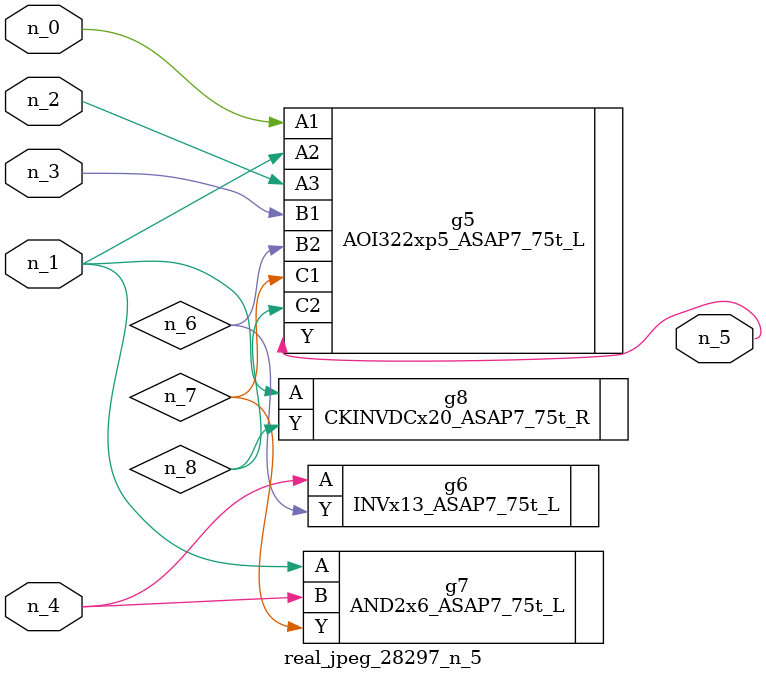
<source format=v>
module real_jpeg_28297_n_5 (n_4, n_0, n_1, n_2, n_3, n_5);

input n_4;
input n_0;
input n_1;
input n_2;
input n_3;

output n_5;

wire n_8;
wire n_6;
wire n_7;

AOI322xp5_ASAP7_75t_L g5 ( 
.A1(n_0),
.A2(n_1),
.A3(n_2),
.B1(n_3),
.B2(n_6),
.C1(n_7),
.C2(n_8),
.Y(n_5)
);

AND2x6_ASAP7_75t_L g7 ( 
.A(n_1),
.B(n_4),
.Y(n_7)
);

CKINVDCx20_ASAP7_75t_R g8 ( 
.A(n_1),
.Y(n_8)
);

INVx13_ASAP7_75t_L g6 ( 
.A(n_4),
.Y(n_6)
);


endmodule
</source>
